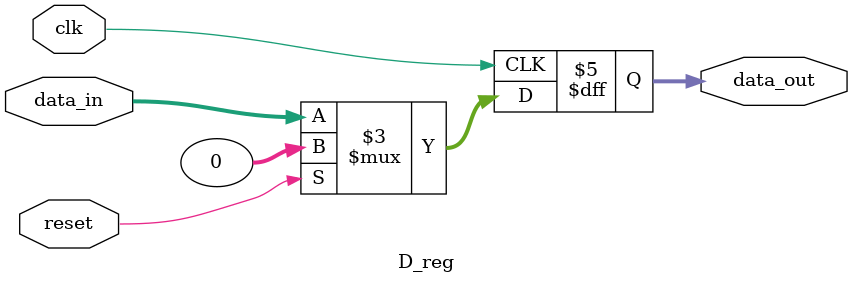
<source format=v>
`timescale 1ns / 1ps
module D_reg(
		input clk,
		input reset,
		input [31:0] data_in,
		output reg [31:0] data_out
    );

		
		always @ (posedge clk)
			begin
				if(reset) data_out = 0;
				else data_out = data_in;
			end

endmodule

</source>
